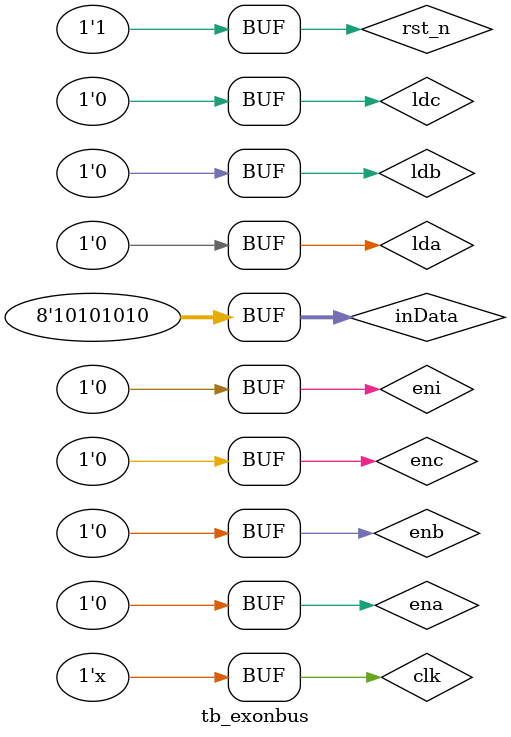
<source format=v>
`timescale 1ns / 1ps

module tb_exonbus;

	// Inputs
	reg rst_n;
	reg clk;
	reg ena;
	reg enb;
	reg enc;
	reg eni;
	reg lda;
	reg ldb;
	reg ldc;
	reg [7:0] inData;

	// Outputs
	wire [7:0] rega;
	wire [7:0] regb;
	wire [7:0] regc;
	wire [7:0] zbus;

	// Instantiate the Unit Under Test (UUT)
	exonbus uut (
		.rst_n(rst_n), 
		.clk(clk), 
		.ena(ena), 
		.enb(enb), 
		.enc(enc), 
		.eni(eni), 
		.lda(lda), 
		.ldb(ldb), 
		.ldc(ldc), 
		.inData(inData), 
		.rega(rega), 
		.regb(regb), 
		.regc(regc), 
		.zbus(zbus)
	);
	
	always #5 clk=~clk;

	initial begin
		// Initialize Inputs
		rst_n = 0;
		clk = 0;
		ena = 0;
		enb = 0;
		enc = 0;
		eni = 0;
		lda = 0;
		ldb = 0;
		ldc = 0;
		inData = 0;

		// Wait 100 ns for global reset to finish
		#100;
        
		// Add stimulus here
		#10 rst_n = 1;                // 10ns 후 리셋 해제
		#10 inData = 8'b10101010;     // 20ns: 입력 데이터 설정
		#10 eni = 1;                  // 30ns: 입력 버퍼 on → zbus에 데이터 전달
		#10 lda = 1;                  // 40ns: 레지스터 A load
		#10 lda = 0; eni = 0;         // 50ns: load 완료 후 해제

	end
      
endmodule


</source>
